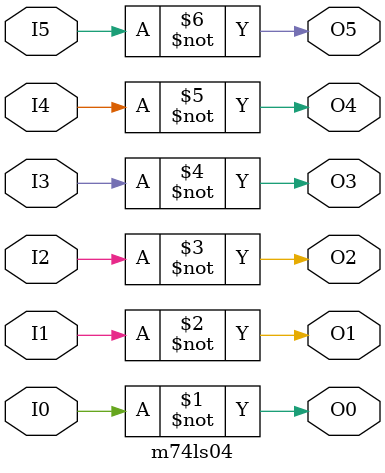
<source format=v>
module adpt_in
(
    input  [31:0]   sw_a,
    input  [31:0]   sw_b,
    input           btn_clk,
    input           btn_rst,

    output          Da,
    output          Db,
    output          Dc,
    output          Dd,
    output          SR,
    output          SL,
    output          S1,
    output          S0,

    output          ENP,
    output          ENT,
    output          LD_n,
    output          A3,
    output          A2,
    output          A1,
    output          A0,

    output          clk,
    output          clr_n

);

assign clk              = ~btn_clk;
assign clr_n            = btn_rst;
assign {SL, SR, S1, S0, Da, Db, Dc, Dd} = ~sw_a[7:0];
assign {ENT, ENP, LD_n, A3, A2, A1, A0} = ~sw_b[6:0];

endmodule

module adpt_out
(
    input           M3,
    input           M2,
    input           M1,
    input           M0,
    input           T3,
    input           T2,
    input           T1,
    input           T0,
    output [31:0]   led
);

assign led = ~{24'h0, M3, M2, M1, M0, T3, T2, T1, T0};

endmodule





module m74LS194
(
    input       CLK,
    input       CLR_n,
    input       Da,
    input       Db,
    input       Dc,
    input       Dd,
    input       SR,
    input       SL,
    input       S1,
    input       S0,
    output reg  Qa,
    output reg  Qb,
    output reg  Qc,
    output reg  Qd
);

always @(posedge CLK or negedge CLR_n)
begin
    if (~CLR_n)
        {Qa, Qb, Qc, Qd} <= 4'b0001; // adpted for this lab
    else if (S1 & S0)
        {Qa, Qb, Qc, Qd} <= {Da, Db, Dc, Dd};
    else if (S0)
        {Qa, Qb, Qc, Qd} <= {SR, Qa, Qb, Qc};
    else if (S1)
        {Qa, Qb, Qc, Qd} <= {Qb, Qc, Qd, SL};
end

endmodule


module m74LS161
(
    input       CLK,
    input       CLR_n,
    input       ENP,
    input       ENT,
    input       LD_n,
    input       A3,
    input       A2,
    input       A1,
    input       A0,
    output reg  Q3,
    output reg  Q2,
    output reg  Q1,
    output reg  Q0,
    output      RCO
);

always @(posedge CLK or negedge CLR_n)
begin
    if (~CLR_n)
    begin
        Q3 <= 1'b0;
        Q2 <= 1'b0;
        Q1 <= 1'b0;
        Q0 <= 1'b0;
    end
    else if (~LD_n)
    begin
        Q3 <= A3;
        Q2 <= A2;
        Q1 <= A1;
        Q0 <= A0;
    end
    else if (ENP & ENT)
    begin
        {Q3, Q2, Q1, Q0} <= {Q3, Q2, Q1, Q0} + 1'b1;
    end
end

assign RCO = &{Q3, Q2, Q1, Q0} & ENT;

endmodule


module m74LS138
(
    input  I2,
    input  I1,
    input  I0,
    output Y7,
    output Y6,
    output Y5,
    output Y4,
    output Y3,
    output Y2,
    output Y1,
    output Y0
);

assign Y0 = ~(~I0 & ~I1 & ~I2);
assign Y1 = ~( I0 & ~I1 & ~I2);
assign Y2 = ~(~I0 &  I1 & ~I2);
assign Y3 = ~( I0 &  I1 & ~I2);
assign Y4 = ~(~I0 & ~I1 &  I2);
assign Y5 = ~( I0 & ~I1 &  I2);
assign Y6 = ~(~I0 &  I1 &  I2);
assign Y7 = ~( I0 &  I1 &  I2);

endmodule


module m74ls04
(
    input  I5,
    input  I4,
    input  I3,
    input  I2,
    input  I1,
    input  I0,
    output O5,
    output O4,
    output O3,
    output O2,
    output O1,
    output O0
);

assign O0 = ~I0;
assign O1 = ~I1;
assign O2 = ~I2;
assign O3 = ~I3;
assign O4 = ~I4;
assign O5 = ~I5;

endmodule
</source>
